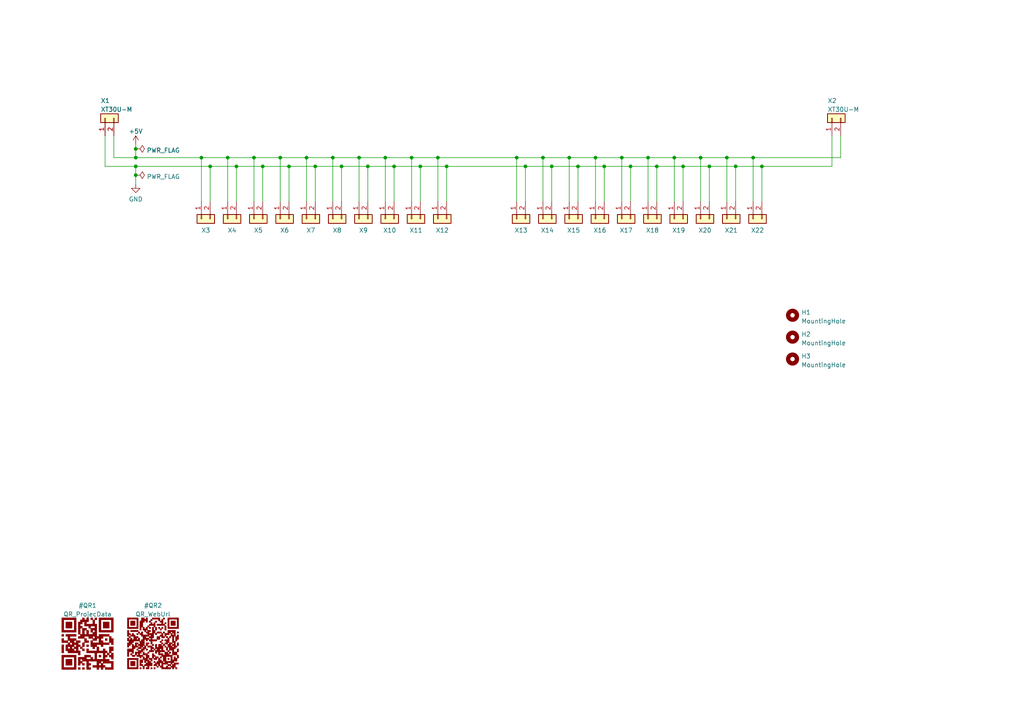
<source format=kicad_sch>
(kicad_sch (version 20211123) (generator eeschema)
  (paper "A4")
  (lib_symbols
    (symbol "Connector_Generic:Conn_01x02" (pin_names (offset 1.016) hide)
      (property "Reference" "J" (at 0 2.54 0))
      (property "Value" "Conn_01x02" (at 0 -5.08 0))
      (symbol "Conn_01x02_1_1"
        (pin passive line (at -5.08 0 0) (length 3.81) (name "Pin_1") (number "1"))
        (pin passive line (at -5.08 -2.54 0) (length 3.81) (name "Pin_2") (number "2"))
      )
    )
    (symbol "MateLightPowerSupplyPcb-qr:QR_ProjecData" (pin_numbers hide) (pin_names hide) (in_bom no)
      (property "Reference" "#QR" (at 0 8.75 0))
      (property "Value" "QR_ProjecData" (at 0 -8.75 0))
    )
    (symbol "MateLightPowerSupplyPcb-qr:QR_WebUrl" (pin_numbers hide) (pin_names hide) (in_bom no)
      (property "Reference" "#QR" (at 0 8.75 0))
      (property "Value" "QR_WebUrl" (at 0 -8.75 0))
    )
    (symbol "Mechanical:MountingHole" (pin_names (offset 1.016))
      (property "Reference" "H" (at 0 5.08 0))
      (property "Value" "MountingHole" (at 0 3.175 0))
    )
    (symbol "power:+5V" (power) (pin_names (offset 0))
      (property "Value" "+5V" (at 0 3.556 0))
      (symbol "+5V_1_1"
        (pin power_in line (at 0 0 90) (length 0) hide (name "+5V") (number "1"))
      )
    )
    (symbol "power:GND" (power) (pin_names (offset 0))
      (property "Value" "GND" (at 0 -3.81 0))
      (symbol "GND_1_1"
        (pin power_in line (at 0 0 270) (length 0) hide (name "GND") (number "1"))
      )
    )
    (symbol "power:PWR_FLAG" (power) (pin_numbers hide) (pin_names (offset 0) hide)
      (property "Value" "PWR_FLAG" (at 0 3.81 0))
      (symbol "PWR_FLAG_0_0"
        (pin power_out line (at 0 0 90) (length 0) (name "pwr") (number "1"))
      )
    )
  )
  (junction (at 39.37 50.8))
  (junction (at 121.92 48.26))
  (junction (at 104.14 45.72))
  (junction (at 106.68 48.26))
  (junction (at 76.2 48.26))
  (junction (at 157.48 45.72))
  (junction (at 190.5 48.26))
  (junction (at 195.58 45.72))
  (junction (at 182.88 48.26))
  (junction (at 68.58 48.26))
  (junction (at 39.37 45.72))
  (junction (at 96.52 45.72))
  (junction (at 149.86 45.72))
  (junction (at 39.37 43.18))
  (junction (at 91.44 48.26))
  (junction (at 152.4 48.26))
  (junction (at 129.54 48.26))
  (junction (at 73.66 45.72))
  (junction (at 210.82 45.72))
  (junction (at 213.36 48.26))
  (junction (at 66.04 45.72))
  (junction (at 172.72 45.72))
  (junction (at 58.42 45.72))
  (junction (at 198.12 48.26))
  (junction (at 160.02 48.26))
  (junction (at 99.06 48.26))
  (junction (at 165.1 45.72))
  (junction (at 114.3 48.26))
  (junction (at 187.96 45.72))
  (junction (at 218.44 45.72))
  (junction (at 205.74 48.26))
  (junction (at 88.9 45.72))
  (junction (at 60.96 48.26))
  (junction (at 167.64 48.26))
  (junction (at 175.26 48.26))
  (junction (at 83.82 48.26))
  (junction (at 127 45.72))
  (junction (at 39.37 48.26))
  (junction (at 81.28 45.72))
  (junction (at 180.34 45.72))
  (junction (at 111.76 45.72))
  (junction (at 119.38 45.72))
  (junction (at 203.2 45.72))
  (junction (at 220.98 48.26))
  (wire (pts (xy 210.82 45.72) (xy 210.82 58.42)))
  (wire (pts (xy 121.92 48.26) (xy 121.92 58.42)))
  (wire (pts (xy 182.88 48.26) (xy 182.88 58.42)))
  (wire (pts (xy 160.02 48.26) (xy 167.64 48.26)))
  (wire (pts (xy 205.74 48.26) (xy 205.74 58.42)))
  (wire (pts (xy 121.92 48.26) (xy 129.54 48.26)))
  (wire (pts (xy 149.86 45.72) (xy 157.48 45.72)))
  (wire (pts (xy 39.37 50.8) (xy 39.37 53.34)))
  (wire (pts (xy 218.44 45.72) (xy 218.44 58.42)))
  (wire (pts (xy 96.52 45.72) (xy 96.52 58.42)))
  (wire (pts (xy 114.3 48.26) (xy 114.3 58.42)))
  (wire (pts (xy 165.1 45.72) (xy 172.72 45.72)))
  (wire (pts (xy 190.5 48.26) (xy 198.12 48.26)))
  (wire (pts (xy 30.48 48.26) (xy 39.37 48.26)))
  (wire (pts (xy 127 45.72) (xy 127 58.42)))
  (wire (pts (xy 220.98 48.26) (xy 241.3 48.26)))
  (wire (pts (xy 195.58 45.72) (xy 203.2 45.72)))
  (wire (pts (xy 68.58 48.26) (xy 68.58 58.42)))
  (wire (pts (xy 106.68 48.26) (xy 114.3 48.26)))
  (wire (pts (xy 76.2 48.26) (xy 76.2 58.42)))
  (wire (pts (xy 58.42 58.42) (xy 58.42 45.72)))
  (wire (pts (xy 129.54 48.26) (xy 152.4 48.26)))
  (wire (pts (xy 99.06 48.26) (xy 99.06 58.42)))
  (wire (pts (xy 39.37 48.26) (xy 39.37 50.8)))
  (wire (pts (xy 68.58 48.26) (xy 76.2 48.26)))
  (wire (pts (xy 114.3 48.26) (xy 121.92 48.26)))
  (wire (pts (xy 190.5 48.26) (xy 190.5 58.42)))
  (wire (pts (xy 39.37 41.91) (xy 39.37 43.18)))
  (wire (pts (xy 195.58 45.72) (xy 195.58 58.42)))
  (wire (pts (xy 119.38 45.72) (xy 119.38 58.42)))
  (wire (pts (xy 198.12 48.26) (xy 205.74 48.26)))
  (wire (pts (xy 180.34 45.72) (xy 180.34 58.42)))
  (wire (pts (xy 167.64 48.26) (xy 167.64 58.42)))
  (wire (pts (xy 88.9 45.72) (xy 96.52 45.72)))
  (wire (pts (xy 203.2 45.72) (xy 203.2 58.42)))
  (wire (pts (xy 33.02 39.37) (xy 33.02 45.72)))
  (wire (pts (xy 39.37 43.18) (xy 39.37 45.72)))
  (wire (pts (xy 172.72 45.72) (xy 172.72 58.42)))
  (wire (pts (xy 187.96 45.72) (xy 195.58 45.72)))
  (wire (pts (xy 106.68 48.26) (xy 106.68 58.42)))
  (wire (pts (xy 91.44 48.26) (xy 91.44 58.42)))
  (wire (pts (xy 73.66 45.72) (xy 73.66 58.42)))
  (wire (pts (xy 165.1 45.72) (xy 165.1 58.42)))
  (wire (pts (xy 152.4 58.42) (xy 152.4 48.26)))
  (wire (pts (xy 60.96 48.26) (xy 68.58 48.26)))
  (wire (pts (xy 241.3 39.37) (xy 241.3 48.26)))
  (wire (pts (xy 152.4 48.26) (xy 160.02 48.26)))
  (wire (pts (xy 180.34 45.72) (xy 187.96 45.72)))
  (wire (pts (xy 83.82 48.26) (xy 91.44 48.26)))
  (wire (pts (xy 104.14 45.72) (xy 104.14 58.42)))
  (wire (pts (xy 187.96 45.72) (xy 187.96 58.42)))
  (wire (pts (xy 175.26 48.26) (xy 175.26 58.42)))
  (wire (pts (xy 39.37 45.72) (xy 58.42 45.72)))
  (wire (pts (xy 129.54 48.26) (xy 129.54 58.42)))
  (wire (pts (xy 60.96 58.42) (xy 60.96 48.26)))
  (wire (pts (xy 33.02 45.72) (xy 39.37 45.72)))
  (wire (pts (xy 39.37 48.26) (xy 60.96 48.26)))
  (wire (pts (xy 182.88 48.26) (xy 190.5 48.26)))
  (wire (pts (xy 175.26 48.26) (xy 182.88 48.26)))
  (wire (pts (xy 243.84 39.37) (xy 243.84 45.72)))
  (wire (pts (xy 213.36 48.26) (xy 220.98 48.26)))
  (wire (pts (xy 127 45.72) (xy 149.86 45.72)))
  (wire (pts (xy 218.44 45.72) (xy 243.84 45.72)))
  (wire (pts (xy 88.9 45.72) (xy 88.9 58.42)))
  (wire (pts (xy 172.72 45.72) (xy 180.34 45.72)))
  (wire (pts (xy 83.82 48.26) (xy 83.82 58.42)))
  (wire (pts (xy 167.64 48.26) (xy 175.26 48.26)))
  (wire (pts (xy 111.76 45.72) (xy 111.76 58.42)))
  (wire (pts (xy 210.82 45.72) (xy 218.44 45.72)))
  (wire (pts (xy 111.76 45.72) (xy 119.38 45.72)))
  (wire (pts (xy 198.12 48.26) (xy 198.12 58.42)))
  (wire (pts (xy 157.48 45.72) (xy 165.1 45.72)))
  (wire (pts (xy 213.36 48.26) (xy 213.36 58.42)))
  (wire (pts (xy 30.48 39.37) (xy 30.48 48.26)))
  (wire (pts (xy 220.98 48.26) (xy 220.98 58.42)))
  (wire (pts (xy 96.52 45.72) (xy 104.14 45.72)))
  (wire (pts (xy 149.86 58.42) (xy 149.86 45.72)))
  (wire (pts (xy 160.02 48.26) (xy 160.02 58.42)))
  (wire (pts (xy 104.14 45.72) (xy 111.76 45.72)))
  (wire (pts (xy 157.48 45.72) (xy 157.48 58.42)))
  (wire (pts (xy 76.2 48.26) (xy 83.82 48.26)))
  (wire (pts (xy 91.44 48.26) (xy 99.06 48.26)))
  (wire (pts (xy 58.42 45.72) (xy 66.04 45.72)))
  (wire (pts (xy 99.06 48.26) (xy 106.68 48.26)))
  (wire (pts (xy 119.38 45.72) (xy 127 45.72)))
  (wire (pts (xy 66.04 45.72) (xy 73.66 45.72)))
  (wire (pts (xy 66.04 45.72) (xy 66.04 58.42)))
  (wire (pts (xy 73.66 45.72) (xy 81.28 45.72)))
  (wire (pts (xy 81.28 45.72) (xy 81.28 58.42)))
  (wire (pts (xy 203.2 45.72) (xy 210.82 45.72)))
  (wire (pts (xy 81.28 45.72) (xy 88.9 45.72)))
  (wire (pts (xy 205.74 48.26) (xy 213.36 48.26)))
  (symbol (lib_id "Connector_Generic:Conn_01x02") (at 149.86 63.5 90) (mirror x) (unit 1)
    (property "Reference" "X13" (at 151.13 66.8004 90))
    (property "Value" "S2B-ZR-SM4A-TF" (effects hide))
    (property "Footprint" "h8-Connectors:JST_S2B-ZR-SM4A-TF(LF)(SN)" (effects hide))
    (property "MF" "JST" (effects hide))
    (property "MFN" "S2B-ZR-SM4A-TF" (effects hide))
    (property "digi-key" "455-1693-1-ND" (effects hide))
    (property "rs-online" "762-0875" (effects hide))
    (property "LCSC#" "C265329" (effects hide))
  )
  (symbol (lib_id "Mechanical:MountingHole") (at 229.87 97.79 0) (unit 1) (in_bom no)
    (property "Reference" "H2" (at 232.41 96.9553 0) (effects (justify left)))
    (property "Value" "MountingHole" (at 232.41 99.4922 0) (effects (justify left)))
    (property "Footprint" "MountingHole:MountingHole_3.2mm_M3_DIN965" (effects hide))
  )
  (symbol (lib_id "Connector_Generic:Conn_01x02") (at 165.1 63.5 90) (mirror x) (unit 1)
    (property "Reference" "X15" (at 166.37 66.8004 90))
    (property "Value" "S2B-ZR-SM4A-TF" (effects hide))
    (property "Footprint" "h8-Connectors:JST_S2B-ZR-SM4A-TF(LF)(SN)" (effects hide))
    (property "MF" "JST" (effects hide))
    (property "MFN" "S2B-ZR-SM4A-TF" (effects hide))
    (property "digi-key" "455-1693-1-ND" (effects hide))
    (property "rs-online" "762-0875" (effects hide))
    (property "LCSC#" "C265329" (effects hide))
  )
  (symbol (lib_id "Connector_Generic:Conn_01x02") (at 241.3 34.29 90) (unit 1)
    (property "Reference" "X2" (at 240.03 29.21 90) (effects (justify right)))
    (property "Value" "XT30U-M" (at 240.03 31.75 90) (effects (justify right)))
    (property "Footprint" "h8-Connectors:XT30" (effects hide))
    (property "MF" "AMASS" (effects hide))
    (property "MFN" "XT30U-M" (effects hide))
    (property "rs-online" "180-5359" (effects hide))
    (property "LCSC#" "C99101" (effects hide))
  )
  (symbol (lib_id "MateLightPowerSupplyPcb-qr:QR_ProjecData") (at 25.4 186.69 0) (unit 1) (in_bom no)
    (property "Reference" "#QR1" (at 25.4 175.6167 0))
    (property "Value" "QR_ProjecData" (at 25.4 178.1536 0))
    (property "Footprint" "QR:QR_ProjecData" (effects hide))
    (property "qr_version" "2" (effects hide))
    (property "qr_size" "25" (effects hide))
    (property "qr_ecc" "1,0" (effects hide))
    (property "qr_mask" "2" (effects hide))
    (property "qr_text" "MateLightPowerSupplyPcb " (effects hide))
  )
  (symbol (lib_id "Connector_Generic:Conn_01x02") (at 195.58 63.5 90) (mirror x) (unit 1)
    (property "Reference" "X19" (at 196.85 66.8004 90))
    (property "Value" "S2B-ZR-SM4A-TF" (effects hide))
    (property "Footprint" "h8-Connectors:JST_S2B-ZR-SM4A-TF(LF)(SN)" (effects hide))
    (property "MF" "JST" (effects hide))
    (property "MFN" "S2B-ZR-SM4A-TF" (effects hide))
    (property "digi-key" "455-1693-1-ND" (effects hide))
    (property "rs-online" "762-0875" (effects hide))
    (property "LCSC#" "C265329" (effects hide))
  )
  (symbol (lib_id "Connector_Generic:Conn_01x02") (at 96.52 63.5 90) (mirror x) (unit 1)
    (property "Reference" "X8" (at 97.79 66.8004 90))
    (property "Value" "S2B-ZR-SM4A-TF" (effects hide))
    (property "Footprint" "h8-Connectors:JST_S2B-ZR-SM4A-TF(LF)(SN)" (effects hide))
    (property "MF" "JST" (effects hide))
    (property "MFN" "S2B-ZR-SM4A-TF" (effects hide))
    (property "digi-key" "455-1693-1-ND" (effects hide))
    (property "rs-online" "762-0875" (effects hide))
    (property "LCSC#" "C265329" (effects hide))
  )
  (symbol (lib_id "Connector_Generic:Conn_01x02") (at 187.96 63.5 90) (mirror x) (unit 1)
    (property "Reference" "X18" (at 189.23 66.8004 90))
    (property "Value" "S2B-ZR-SM4A-TF" (effects hide))
    (property "Footprint" "h8-Connectors:JST_S2B-ZR-SM4A-TF(LF)(SN)" (effects hide))
    (property "MF" "JST" (effects hide))
    (property "MFN" "S2B-ZR-SM4A-TF" (effects hide))
    (property "digi-key" "455-1693-1-ND" (effects hide))
    (property "rs-online" "762-0875" (effects hide))
    (property "LCSC#" "C265329" (effects hide))
  )
  (symbol (lib_id "Connector_Generic:Conn_01x02") (at 119.38 63.5 90) (mirror x) (unit 1)
    (property "Reference" "X11" (at 120.65 66.8004 90))
    (property "Value" "S2B-ZR-SM4A-TF" (effects hide))
    (property "Footprint" "h8-Connectors:JST_S2B-ZR-SM4A-TF(LF)(SN)" (effects hide))
    (property "MF" "JST" (effects hide))
    (property "MFN" "S2B-ZR-SM4A-TF" (effects hide))
    (property "digi-key" "455-1693-1-ND" (effects hide))
    (property "rs-online" "762-0875" (effects hide))
    (property "LCSC#" "C265329" (effects hide))
  )
  (symbol (lib_id "Connector_Generic:Conn_01x02") (at 58.42 63.5 90) (mirror x) (unit 1)
    (property "Reference" "X3" (at 59.69 66.8004 90))
    (property "Value" "S2B-ZR-SM4A-TF" (effects hide))
    (property "Footprint" "h8-Connectors:JST_S2B-ZR-SM4A-TF(LF)(SN)" (effects hide))
    (property "MF" "JST" (effects hide))
    (property "MFN" "S2B-ZR-SM4A-TF" (effects hide))
    (property "digi-key" "455-1693-1-ND" (effects hide))
    (property "rs-online" "762-0875" (effects hide))
    (property "LCSC#" "C265329" (effects hide))
  )
  (symbol (lib_id "Mechanical:MountingHole") (at 229.87 104.14 0) (unit 1) (in_bom no)
    (property "Reference" "H3" (at 232.41 103.3053 0) (effects (justify left)))
    (property "Value" "MountingHole" (at 232.41 105.8422 0) (effects (justify left)))
    (property "Footprint" "MountingHole:MountingHole_3.2mm_M3_DIN965" (effects hide))
  )
  (symbol (lib_id "Connector_Generic:Conn_01x02") (at 104.14 63.5 90) (mirror x) (unit 1)
    (property "Reference" "X9" (at 105.41 66.8004 90))
    (property "Value" "S2B-ZR-SM4A-TF" (effects hide))
    (property "Footprint" "h8-Connectors:JST_S2B-ZR-SM4A-TF(LF)(SN)" (effects hide))
    (property "MF" "JST" (effects hide))
    (property "MFN" "S2B-ZR-SM4A-TF" (effects hide))
    (property "digi-key" "455-1693-1-ND" (effects hide))
    (property "rs-online" "762-0875" (effects hide))
    (property "LCSC#" "C265329" (effects hide))
  )
  (symbol (lib_id "Connector_Generic:Conn_01x02") (at 88.9 63.5 90) (mirror x) (unit 1)
    (property "Reference" "X7" (at 90.17 66.8004 90))
    (property "Value" "S2B-ZR-SM4A-TF" (effects hide))
    (property "Footprint" "h8-Connectors:JST_S2B-ZR-SM4A-TF(LF)(SN)" (effects hide))
    (property "MF" "JST" (effects hide))
    (property "MFN" "S2B-ZR-SM4A-TF" (effects hide))
    (property "digi-key" "455-1693-1-ND" (effects hide))
    (property "rs-online" "762-0875" (effects hide))
    (property "LCSC#" "C265329" (effects hide))
  )
  (symbol (lib_id "Connector_Generic:Conn_01x02") (at 180.34 63.5 90) (mirror x) (unit 1)
    (property "Reference" "X17" (at 181.61 66.8004 90))
    (property "Value" "S2B-ZR-SM4A-TF" (effects hide))
    (property "Footprint" "h8-Connectors:JST_S2B-ZR-SM4A-TF(LF)(SN)" (effects hide))
    (property "MF" "JST" (effects hide))
    (property "MFN" "S2B-ZR-SM4A-TF" (effects hide))
    (property "digi-key" "455-1693-1-ND" (effects hide))
    (property "rs-online" "762-0875" (effects hide))
    (property "LCSC#" "C265329" (effects hide))
  )
  (symbol (lib_id "Connector_Generic:Conn_01x02") (at 30.48 34.29 90) (unit 1)
    (property "Reference" "X1" (at 29.21 29.21 90) (effects (justify right)))
    (property "Value" "XT30U-M" (at 29.21 31.75 90) (effects (justify right)))
    (property "Footprint" "h8-Connectors:XT30" (effects hide))
    (property "MF" "AMASS" (effects hide))
    (property "MFN" "XT30U-M" (effects hide))
    (property "rs-online" "180-5359" (effects hide))
    (property "LCSC#" "C99101" (effects hide))
  )
  (symbol (lib_id "power:PWR_FLAG") (at 39.37 50.8 270) (unit 1)
    (property "Reference" "#FLG0102" (effects hide))
    (property "Value" "PWR_FLAG" (at 42.545 51.2338 90) (effects (justify left)))
  )
  (symbol (lib_id "Connector_Generic:Conn_01x02") (at 111.76 63.5 90) (mirror x) (unit 1)
    (property "Reference" "X10" (at 113.03 66.8004 90))
    (property "Value" "S2B-ZR-SM4A-TF" (effects hide))
    (property "Footprint" "h8-Connectors:JST_S2B-ZR-SM4A-TF(LF)(SN)" (effects hide))
    (property "MF" "JST" (effects hide))
    (property "MFN" "S2B-ZR-SM4A-TF" (effects hide))
    (property "digi-key" "455-1693-1-ND" (effects hide))
    (property "rs-online" "762-0875" (effects hide))
    (property "LCSC#" "C265329" (effects hide))
  )
  (symbol (lib_id "Connector_Generic:Conn_01x02") (at 157.48 63.5 90) (mirror x) (unit 1)
    (property "Reference" "X14" (at 158.75 66.8004 90))
    (property "Value" "S2B-ZR-SM4A-TF" (effects hide))
    (property "Footprint" "h8-Connectors:JST_S2B-ZR-SM4A-TF(LF)(SN)" (effects hide))
    (property "MF" "JST" (effects hide))
    (property "MFN" "S2B-ZR-SM4A-TF" (effects hide))
    (property "digi-key" "455-1693-1-ND" (effects hide))
    (property "rs-online" "762-0875" (effects hide))
    (property "LCSC#" "C265329" (effects hide))
  )
  (symbol (lib_id "Connector_Generic:Conn_01x02") (at 218.44 63.5 90) (mirror x) (unit 1)
    (property "Reference" "X22" (at 219.71 66.8004 90))
    (property "Value" "S2B-ZR-SM4A-TF" (effects hide))
    (property "Footprint" "h8-Connectors:JST_S2B-ZR-SM4A-TF(LF)(SN)" (effects hide))
    (property "MF" "JST" (effects hide))
    (property "MFN" "S2B-ZR-SM4A-TF" (effects hide))
    (property "digi-key" "455-1693-1-ND" (effects hide))
    (property "rs-online" "762-0875" (effects hide))
    (property "LCSC#" "C265329" (effects hide))
  )
  (symbol (lib_id "Connector_Generic:Conn_01x02") (at 81.28 63.5 90) (mirror x) (unit 1)
    (property "Reference" "X6" (at 82.55 66.8004 90))
    (property "Value" "S2B-ZR-SM4A-TF" (effects hide))
    (property "Footprint" "h8-Connectors:JST_S2B-ZR-SM4A-TF(LF)(SN)" (effects hide))
    (property "MF" "JST" (effects hide))
    (property "MFN" "S2B-ZR-SM4A-TF" (effects hide))
    (property "digi-key" "455-1693-1-ND" (effects hide))
    (property "rs-online" "762-0875" (effects hide))
    (property "LCSC#" "C265329" (effects hide))
  )
  (symbol (lib_id "power:+5V") (at 39.37 41.91 0) (unit 1)
    (property "Reference" "#PWR0101" (effects hide))
    (property "Value" "+5V" (at 39.37 38.1 0))
  )
  (symbol (lib_id "Mechanical:MountingHole") (at 229.87 91.44 0) (unit 1) (in_bom no)
    (property "Reference" "H1" (at 232.41 90.6053 0) (effects (justify left)))
    (property "Value" "MountingHole" (at 232.41 93.1422 0) (effects (justify left)))
    (property "Footprint" "MountingHole:MountingHole_3.2mm_M3_DIN965" (effects hide))
  )
  (symbol (lib_id "Connector_Generic:Conn_01x02") (at 203.2 63.5 90) (mirror x) (unit 1)
    (property "Reference" "X20" (at 204.47 66.8004 90))
    (property "Value" "S2B-ZR-SM4A-TF" (effects hide))
    (property "Footprint" "h8-Connectors:JST_S2B-ZR-SM4A-TF(LF)(SN)" (effects hide))
    (property "MF" "JST" (effects hide))
    (property "MFN" "S2B-ZR-SM4A-TF" (effects hide))
    (property "digi-key" "455-1693-1-ND" (effects hide))
    (property "rs-online" "762-0875" (effects hide))
    (property "LCSC#" "C265329" (effects hide))
  )
  (symbol (lib_id "power:GND") (at 39.37 53.34 0) (unit 1)
    (property "Reference" "#PWR0102" (effects hide))
    (property "Value" "GND" (at 39.37 57.7834 0))
  )
  (symbol (lib_id "Connector_Generic:Conn_01x02") (at 210.82 63.5 90) (mirror x) (unit 1)
    (property "Reference" "X21" (at 212.09 66.8004 90))
    (property "Value" "S2B-ZR-SM4A-TF" (effects hide))
    (property "Footprint" "h8-Connectors:JST_S2B-ZR-SM4A-TF(LF)(SN)" (effects hide))
    (property "MF" "JST" (effects hide))
    (property "MFN" "S2B-ZR-SM4A-TF" (effects hide))
    (property "digi-key" "455-1693-1-ND" (effects hide))
    (property "rs-online" "762-0875" (effects hide))
    (property "LCSC#" "C265329" (effects hide))
  )
  (symbol (lib_id "power:PWR_FLAG") (at 39.37 43.18 270) (unit 1)
    (property "Reference" "#FLG0101" (effects hide))
    (property "Value" "PWR_FLAG" (at 42.545 43.6138 90) (effects (justify left)))
  )
  (symbol (lib_id "MateLightPowerSupplyPcb-qr:QR_WebUrl") (at 44.45 186.69 0) (unit 1) (in_bom no)
    (property "Reference" "#QR2" (at 44.375 175.6167 0))
    (property "Value" "QR_WebUrl" (at 44.375 178.1536 0))
    (property "Footprint" "QR:QR_WebUrl" (effects hide))
    (property "qr_version" "4" (effects hide))
    (property "qr_size" "33" (effects hide))
    (property "qr_ecc" "1,0" (effects hide))
    (property "qr_mask" "2" (effects hide))
    (property "qr_text" "https://github.com/HansAchterbahn/MateLightPowerSupplyPcb" (effects hide))
  )
  (symbol (lib_id "Connector_Generic:Conn_01x02") (at 73.66 63.5 90) (mirror x) (unit 1)
    (property "Reference" "X5" (at 74.93 66.8004 90))
    (property "Value" "S2B-ZR-SM4A-TF" (effects hide))
    (property "Footprint" "h8-Connectors:JST_S2B-ZR-SM4A-TF(LF)(SN)" (effects hide))
    (property "MF" "JST" (effects hide))
    (property "MFN" "S2B-ZR-SM4A-TF" (effects hide))
    (property "digi-key" "455-1693-1-ND" (effects hide))
    (property "rs-online" "762-0875" (effects hide))
    (property "LCSC#" "C265329" (effects hide))
  )
  (symbol (lib_id "Connector_Generic:Conn_01x02") (at 66.04 63.5 90) (mirror x) (unit 1)
    (property "Reference" "X4" (at 67.31 66.8004 90))
    (property "Value" "S2B-ZR-SM4A-TF" (effects hide))
    (property "Footprint" "h8-Connectors:JST_S2B-ZR-SM4A-TF(LF)(SN)" (effects hide))
    (property "MF" "JST" (effects hide))
    (property "MFN" "S2B-ZR-SM4A-TF" (effects hide))
    (property "digi-key" "455-1693-1-ND" (effects hide))
    (property "rs-online" "762-0875" (effects hide))
    (property "LCSC#" "C265329" (effects hide))
  )
  (symbol (lib_id "Connector_Generic:Conn_01x02") (at 172.72 63.5 90) (mirror x) (unit 1)
    (property "Reference" "X16" (at 173.99 66.8004 90))
    (property "Value" "S2B-ZR-SM4A-TF" (effects hide))
    (property "Footprint" "h8-Connectors:JST_S2B-ZR-SM4A-TF(LF)(SN)" (effects hide))
    (property "MF" "JST" (effects hide))
    (property "MFN" "S2B-ZR-SM4A-TF" (effects hide))
    (property "digi-key" "455-1693-1-ND" (effects hide))
    (property "rs-online" "762-0875" (effects hide))
    (property "LCSC#" "C265329" (effects hide))
  )
  (symbol (lib_id "Connector_Generic:Conn_01x02") (at 127 63.5 90) (mirror x) (unit 1)
    (property "Reference" "X12" (at 128.27 66.8004 90))
    (property "Value" "S2B-ZR-SM4A-TF" (effects hide))
    (property "Footprint" "h8-Connectors:JST_S2B-ZR-SM4A-TF(LF)(SN)" (effects hide))
    (property "MF" "JST" (effects hide))
    (property "MFN" "S2B-ZR-SM4A-TF" (effects hide))
    (property "digi-key" "455-1693-1-ND" (effects hide))
    (property "rs-online" "762-0875" (effects hide))
    (property "LCSC#" "C265329" (effects hide))
  )
)
</source>
